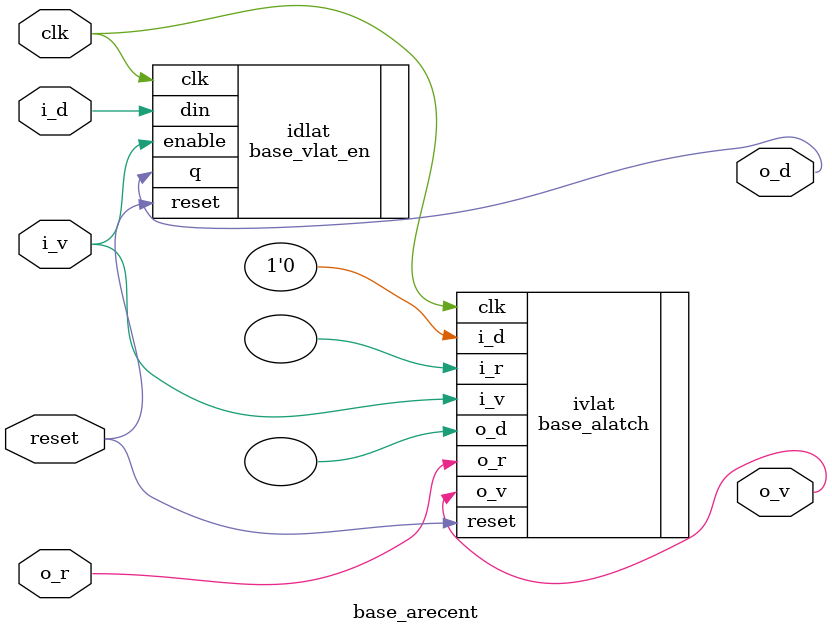
<source format=sv>
/*
 * Copyright 2017 IBM Corporation
 * Licensed to the Apache Software Foundation (ASF) under one
 * or more contributor license agreements.  See the NOTICE file
 * distributed with this work for additional information
 * regarding copyright ownership.  The ASF licenses this file
 * to you under the Apache License, Version 2.0 (the
 * "License"); you may not use this file except in compliance
 * with the License.  You may obtain a copy of the License at
 *
 *     http://www.apache.org/licenses/LICENSE-2.0
 *
 * Unless required by applicable law or agreed to in writing, software
 * distributed under the License is distributed on an "AS IS" BASIS,
 * WITHOUT WARRANTIES OR CONDITIONS OF ANY KIND, either express or implied.
 * See the License for the specific language governing permissions and
 * limitations under the License.
 *
 * Author: Andrew K Martin akmartin@us.ibm.com
 */
 
/* presents the most recent valid value seen on the inputs at the output*/

module base_arecent#(parameter width=1)
   (input clk,
    input 	       reset,

    input 	       i_v,
    input [0:width-1]  i_d,
   
    input 	       o_r,
    output 	       o_v,
    output [0:width-1] o_d
    );

   base_alatch #(.width(1)) ivlat(.clk(clk),.reset(reset),.i_v(i_v),.i_r(),.i_d(1'b0),.o_v(o_v),.o_r(o_r),.o_d());
   base_vlat_en#(.width(width)) idlat(.clk(clk),.reset(reset),.din(i_d),.q(o_d),.enable(i_v));
   
endmodule // base_recent

    
    

</source>
